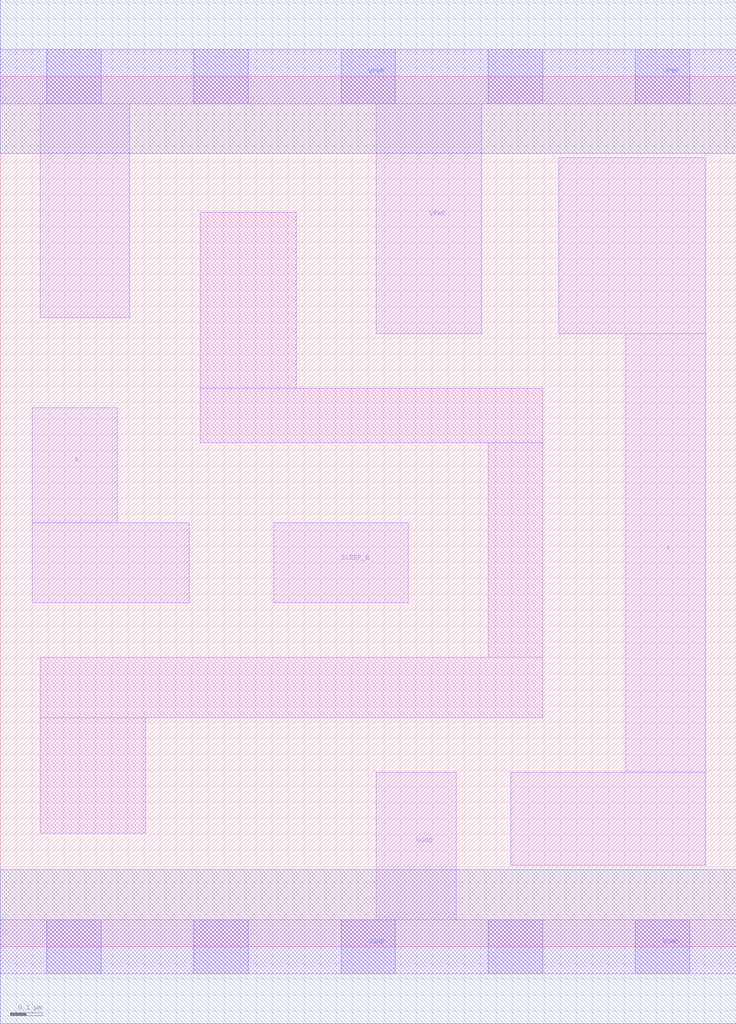
<source format=lef>
# Copyright 2020 The SkyWater PDK Authors
#
# Licensed under the Apache License, Version 2.0 (the "License");
# you may not use this file except in compliance with the License.
# You may obtain a copy of the License at
#
#     https://www.apache.org/licenses/LICENSE-2.0
#
# Unless required by applicable law or agreed to in writing, software
# distributed under the License is distributed on an "AS IS" BASIS,
# WITHOUT WARRANTIES OR CONDITIONS OF ANY KIND, either express or implied.
# See the License for the specific language governing permissions and
# limitations under the License.
#
# SPDX-License-Identifier: Apache-2.0

VERSION 5.7 ;
  NAMESCASESENSITIVE ON ;
  NOWIREEXTENSIONATPIN ON ;
  DIVIDERCHAR "/" ;
  BUSBITCHARS "[]" ;
UNITS
  DATABASE MICRONS 200 ;
END UNITS
PROPERTYDEFINITIONS
  MACRO maskLayoutSubType STRING ;
  MACRO prCellType STRING ;
  MACRO originalViewName STRING ;
END PROPERTYDEFINITIONS
MACRO sky130_fd_sc_hdll__inputiso0n_1
  CLASS CORE ;
  FOREIGN sky130_fd_sc_hdll__inputiso0n_1 ;
  ORIGIN  0.000000  0.000000 ;
  SIZE  2.300000 BY  2.720000 ;
  SYMMETRY X Y R90 ;
  SITE unithd ;
  PIN A
    ANTENNAGATEAREA  0.138600 ;
    DIRECTION INPUT ;
    USE SIGNAL ;
    PORT
      LAYER li1 ;
        RECT 0.100000 1.075000 0.590000 1.325000 ;
        RECT 0.100000 1.325000 0.365000 1.685000 ;
    END
  END A
  PIN SLEEP_B
    ANTENNAGATEAREA  0.138600 ;
    DIRECTION INPUT ;
    USE SIGNAL ;
    PORT
      LAYER li1 ;
        RECT 0.855000 1.075000 1.275000 1.325000 ;
    END
  END SLEEP_B
  PIN VGND
    ANTENNADIFFAREA  0.244600 ;
    DIRECTION INOUT ;
    USE SIGNAL ;
    PORT
      LAYER li1 ;
        RECT 0.000000 -0.085000 2.300000 0.085000 ;
        RECT 1.175000  0.085000 1.425000 0.545000 ;
      LAYER mcon ;
        RECT 0.145000 -0.085000 0.315000 0.085000 ;
        RECT 0.605000 -0.085000 0.775000 0.085000 ;
        RECT 1.065000 -0.085000 1.235000 0.085000 ;
        RECT 1.525000 -0.085000 1.695000 0.085000 ;
        RECT 1.985000 -0.085000 2.155000 0.085000 ;
      LAYER met1 ;
        RECT 0.000000 -0.240000 2.300000 0.240000 ;
    END
  END VGND
  PIN VPWR
    ANTENNADIFFAREA  0.469100 ;
    DIRECTION INOUT ;
    USE SIGNAL ;
    PORT
      LAYER li1 ;
        RECT 0.000000 2.635000 2.300000 2.805000 ;
        RECT 0.125000 1.965000 0.405000 2.635000 ;
        RECT 1.175000 1.915000 1.505000 2.635000 ;
      LAYER mcon ;
        RECT 0.145000 2.635000 0.315000 2.805000 ;
        RECT 0.605000 2.635000 0.775000 2.805000 ;
        RECT 1.065000 2.635000 1.235000 2.805000 ;
        RECT 1.525000 2.635000 1.695000 2.805000 ;
        RECT 1.985000 2.635000 2.155000 2.805000 ;
      LAYER met1 ;
        RECT 0.000000 2.480000 2.300000 2.960000 ;
    END
  END VPWR
  PIN X
    ANTENNADIFFAREA  0.539000 ;
    DIRECTION OUTPUT ;
    USE SIGNAL ;
    PORT
      LAYER li1 ;
        RECT 1.595000 0.255000 2.205000 0.545000 ;
        RECT 1.745000 1.915000 2.205000 2.465000 ;
        RECT 1.955000 0.545000 2.205000 1.915000 ;
    END
  END X
  OBS
    LAYER li1 ;
      RECT 0.125000 0.355000 0.455000 0.715000 ;
      RECT 0.125000 0.715000 1.695000 0.905000 ;
      RECT 0.625000 1.575000 1.695000 1.745000 ;
      RECT 0.625000 1.745000 0.925000 2.295000 ;
      RECT 1.525000 0.905000 1.695000 1.575000 ;
  END
  PROPERTY maskLayoutSubType "abstract" ;
  PROPERTY prCellType "standard" ;
  PROPERTY originalViewName "layout" ;
END sky130_fd_sc_hdll__inputiso0n_1

</source>
